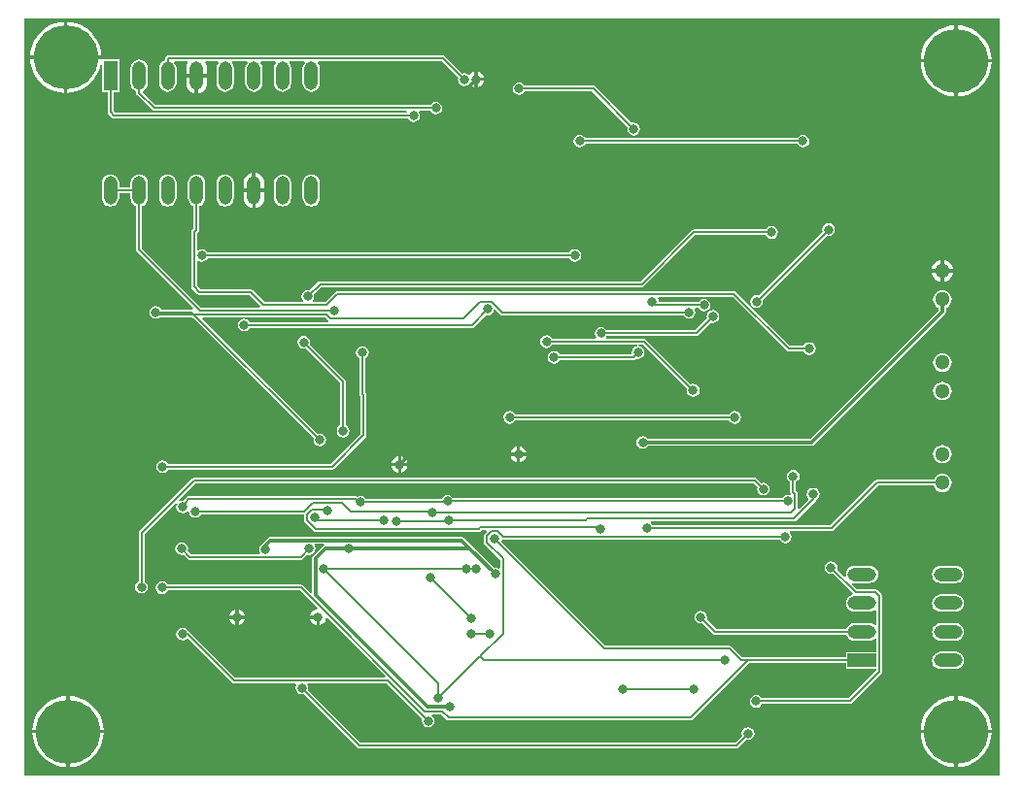
<source format=gbl>
G04*
G04 #@! TF.GenerationSoftware,Altium Limited,Altium Designer,20.2.7 (254)*
G04*
G04 Layer_Physical_Order=2*
G04 Layer_Color=16711680*
%FSLAX43Y43*%
%MOMM*%
G71*
G04*
G04 #@! TF.SameCoordinates,9B313DD2-682E-43CD-81FA-E857884732BC*
G04*
G04*
G04 #@! TF.FilePolarity,Positive*
G04*
G01*
G75*
%ADD24C,0.200*%
%ADD25C,0.300*%
%ADD26C,5.600*%
%ADD27O,1.200X2.500*%
%ADD28R,1.200X2.500*%
%ADD29C,1.300*%
%ADD30R,2.500X1.200*%
%ADD31O,2.500X1.200*%
%ADD32C,0.800*%
G36*
X-0Y0D02*
X85000D01*
Y66000D01*
X-0D01*
Y0D01*
D02*
G37*
%LPC*%
G36*
X3450Y65698D02*
Y62750D01*
X502D01*
X529Y63086D01*
X643Y63561D01*
X829Y64012D01*
X1084Y64428D01*
X1401Y64799D01*
X1772Y65116D01*
X2188Y65371D01*
X2639Y65557D01*
X3114Y65671D01*
X3450Y65698D01*
D02*
G37*
G36*
X3750D02*
X4086Y65671D01*
X4561Y65557D01*
X5012Y65371D01*
X5428Y65116D01*
X5799Y64799D01*
X6116Y64428D01*
X6371Y64012D01*
X6557Y63561D01*
X6671Y63086D01*
X6698Y62750D01*
X3750D01*
Y65698D01*
D02*
G37*
G36*
X81050Y65398D02*
Y62450D01*
X78102D01*
X78129Y62786D01*
X78243Y63261D01*
X78429Y63712D01*
X78684Y64128D01*
X79001Y64499D01*
X79372Y64816D01*
X79788Y65071D01*
X80239Y65257D01*
X80714Y65371D01*
X81050Y65398D01*
D02*
G37*
G36*
X81350D02*
X81686Y65371D01*
X82161Y65257D01*
X82612Y65071D01*
X83028Y64816D01*
X83399Y64499D01*
X83716Y64128D01*
X83971Y63712D01*
X84157Y63261D01*
X84271Y62786D01*
X84298Y62450D01*
X81350D01*
Y65398D01*
D02*
G37*
G36*
X39530Y61381D02*
X39563Y61377D01*
X39733Y61306D01*
X39880Y61194D01*
X39992Y61048D01*
X40062Y60878D01*
X40067Y60845D01*
X39530D01*
Y61381D01*
D02*
G37*
G36*
Y60545D02*
X40067D01*
X40062Y60512D01*
X39992Y60342D01*
X39880Y60196D01*
X39733Y60084D01*
X39563Y60013D01*
X39530Y60009D01*
Y60545D01*
D02*
G37*
G36*
X12525Y62779D02*
X36485D01*
X36582Y62759D01*
X36665Y62704D01*
X38172Y61197D01*
X38339Y61230D01*
X38554Y61188D01*
X38667Y61112D01*
X38738Y61068D01*
X38838Y61139D01*
X38881Y61194D01*
X39027Y61306D01*
X39198Y61377D01*
X39230Y61381D01*
Y60695D01*
Y60009D01*
X39198Y60013D01*
X39027Y60084D01*
X38881Y60196D01*
X38820Y60276D01*
X38736Y60273D01*
X38554Y60152D01*
X38339Y60109D01*
X38124Y60152D01*
X37942Y60273D01*
X37821Y60455D01*
X37778Y60670D01*
X37811Y60837D01*
X36379Y62269D01*
X25624D01*
X25568Y62142D01*
X25655Y62028D01*
X25731Y61846D01*
X25756Y61650D01*
Y60350D01*
X25731Y60154D01*
X25655Y59972D01*
X25535Y59815D01*
X25378Y59695D01*
X25196Y59619D01*
X25000Y59594D01*
X24804Y59619D01*
X24622Y59695D01*
X24465Y59815D01*
X24345Y59972D01*
X24269Y60154D01*
X24244Y60350D01*
Y61650D01*
X24269Y61846D01*
X24345Y62028D01*
X24432Y62142D01*
X24376Y62269D01*
X23124D01*
X23068Y62142D01*
X23155Y62028D01*
X23231Y61846D01*
X23256Y61650D01*
Y60350D01*
X23231Y60154D01*
X23155Y59972D01*
X23035Y59815D01*
X22878Y59695D01*
X22696Y59619D01*
X22500Y59594D01*
X22304Y59619D01*
X22122Y59695D01*
X21965Y59815D01*
X21845Y59972D01*
X21769Y60154D01*
X21744Y60350D01*
Y61650D01*
X21769Y61846D01*
X21845Y62028D01*
X21932Y62142D01*
X21876Y62269D01*
X20624D01*
X20568Y62142D01*
X20655Y62028D01*
X20731Y61846D01*
X20756Y61650D01*
Y60350D01*
X20731Y60154D01*
X20655Y59972D01*
X20535Y59815D01*
X20378Y59695D01*
X20196Y59619D01*
X20000Y59594D01*
X19804Y59619D01*
X19622Y59695D01*
X19465Y59815D01*
X19345Y59972D01*
X19269Y60154D01*
X19244Y60350D01*
Y61650D01*
X19269Y61846D01*
X19345Y62028D01*
X19432Y62142D01*
X19376Y62269D01*
X18124D01*
X18068Y62142D01*
X18155Y62028D01*
X18231Y61846D01*
X18256Y61650D01*
Y60350D01*
X18231Y60154D01*
X18155Y59972D01*
X18035Y59815D01*
X17878Y59695D01*
X17696Y59619D01*
X17500Y59594D01*
X17304Y59619D01*
X17122Y59695D01*
X16965Y59815D01*
X16845Y59972D01*
X16769Y60154D01*
X16743Y60350D01*
Y61650D01*
X16769Y61846D01*
X16845Y62028D01*
X16932Y62142D01*
X16876Y62269D01*
X15803D01*
X15747Y62155D01*
X15786Y62104D01*
X15877Y61885D01*
X15908Y61650D01*
Y61150D01*
X15000D01*
X14092D01*
Y61650D01*
X14123Y61885D01*
X14214Y62104D01*
X14253Y62155D01*
X14197Y62269D01*
X13124D01*
X13068Y62142D01*
X13155Y62028D01*
X13231Y61846D01*
X13256Y61650D01*
Y60350D01*
X13231Y60154D01*
X13155Y59972D01*
X13035Y59815D01*
X12878Y59695D01*
X12696Y59619D01*
X12500Y59594D01*
X12304Y59619D01*
X12122Y59695D01*
X11965Y59815D01*
X11845Y59972D01*
X11769Y60154D01*
X11744Y60350D01*
Y61650D01*
X11769Y61846D01*
X11845Y62028D01*
X11965Y62185D01*
X12122Y62305D01*
X12245Y62356D01*
Y62498D01*
X12264Y62596D01*
X12320Y62679D01*
X12345Y62704D01*
X12428Y62759D01*
X12525Y62779D01*
D02*
G37*
G36*
X502Y62450D02*
X3450D01*
Y59502D01*
X3114Y59529D01*
X2639Y59643D01*
X2188Y59829D01*
X1772Y60084D01*
X1401Y60401D01*
X1084Y60772D01*
X829Y61188D01*
X643Y61639D01*
X529Y62114D01*
X502Y62450D01*
D02*
G37*
G36*
X14092Y60850D02*
X14850D01*
Y59462D01*
X14765Y59473D01*
X14546Y59564D01*
X14358Y59708D01*
X14214Y59896D01*
X14123Y60115D01*
X14092Y60350D01*
Y60850D01*
D02*
G37*
G36*
X15150D02*
X15908D01*
Y60350D01*
X15877Y60115D01*
X15786Y59896D01*
X15642Y59708D01*
X15454Y59564D01*
X15235Y59473D01*
X15150Y59462D01*
Y60850D01*
D02*
G37*
G36*
X43114Y60443D02*
X43329Y60400D01*
X43511Y60279D01*
X43605Y60137D01*
X49566D01*
X49663Y60118D01*
X49746Y60062D01*
X52929Y56879D01*
X53096Y56912D01*
X53311Y56870D01*
X53493Y56748D01*
X53614Y56566D01*
X53657Y56352D01*
X53614Y56137D01*
X53493Y55955D01*
X53311Y55834D01*
X53096Y55791D01*
X52882Y55834D01*
X52700Y55955D01*
X52578Y56137D01*
X52536Y56352D01*
X52569Y56519D01*
X49460Y59627D01*
X43605D01*
X43511Y59486D01*
X43329Y59364D01*
X43114Y59321D01*
X42900Y59364D01*
X42718Y59486D01*
X42596Y59668D01*
X42553Y59882D01*
X42596Y60097D01*
X42718Y60279D01*
X42900Y60400D01*
X43114Y60443D01*
D02*
G37*
G36*
X78102Y62150D02*
X81050D01*
Y59202D01*
X80714Y59229D01*
X80239Y59343D01*
X79788Y59529D01*
X79372Y59784D01*
X79001Y60101D01*
X78684Y60472D01*
X78429Y60888D01*
X78243Y61339D01*
X78129Y61814D01*
X78102Y62150D01*
D02*
G37*
G36*
X81350D02*
X84298D01*
X84271Y61814D01*
X84157Y61339D01*
X83971Y60888D01*
X83716Y60472D01*
X83399Y60101D01*
X83028Y59784D01*
X82612Y59529D01*
X82161Y59343D01*
X81686Y59229D01*
X81350Y59202D01*
Y62150D01*
D02*
G37*
G36*
X3750Y62450D02*
X6766D01*
X6821Y62400D01*
X8250D01*
Y59600D01*
X7755D01*
Y57943D01*
X7923Y57775D01*
X33313D01*
X33327Y57799D01*
X33255Y57925D01*
X11321D01*
X11223Y57945D01*
X11141Y58000D01*
X9820Y59321D01*
X9765Y59404D01*
X9745Y59501D01*
Y59644D01*
X9622Y59695D01*
X9465Y59815D01*
X9345Y59972D01*
X9269Y60154D01*
X9244Y60350D01*
Y61650D01*
X9269Y61846D01*
X9345Y62028D01*
X9465Y62185D01*
X9622Y62305D01*
X9804Y62381D01*
X10000Y62406D01*
X10196Y62381D01*
X10378Y62305D01*
X10535Y62185D01*
X10655Y62028D01*
X10731Y61846D01*
X10756Y61650D01*
Y60350D01*
X10731Y60154D01*
X10655Y59972D01*
X10535Y59815D01*
X10378Y59695D01*
X10356Y59686D01*
X10326Y59536D01*
X11426Y58435D01*
X35359D01*
X35453Y58577D01*
X35635Y58698D01*
X35850Y58741D01*
X36064Y58698D01*
X36246Y58577D01*
X36368Y58395D01*
X36411Y58180D01*
X36368Y57966D01*
X36246Y57784D01*
X36064Y57662D01*
X35850Y57620D01*
X35635Y57662D01*
X35453Y57784D01*
X35359Y57925D01*
X34463D01*
X34395Y57799D01*
X34438Y57735D01*
X34481Y57520D01*
X34438Y57305D01*
X34317Y57123D01*
X34135Y57002D01*
X33920Y56959D01*
X33705Y57002D01*
X33523Y57123D01*
X33429Y57265D01*
X7817D01*
X7720Y57285D01*
X7637Y57340D01*
X7320Y57657D01*
X7265Y57740D01*
X7245Y57838D01*
Y59600D01*
X6750D01*
Y61897D01*
X6623Y61912D01*
X6557Y61639D01*
X6371Y61188D01*
X6116Y60772D01*
X5799Y60401D01*
X5428Y60084D01*
X5012Y59829D01*
X4561Y59643D01*
X4086Y59529D01*
X3750Y59502D01*
Y62450D01*
D02*
G37*
G36*
X48397Y55871D02*
X48612Y55828D01*
X48794Y55707D01*
X48889Y55565D01*
X67354D01*
X67448Y55707D01*
X67630Y55828D01*
X67845Y55871D01*
X68059Y55828D01*
X68241Y55707D01*
X68363Y55525D01*
X68406Y55310D01*
X68363Y55096D01*
X68241Y54914D01*
X68059Y54792D01*
X67845Y54749D01*
X67630Y54792D01*
X67448Y54914D01*
X67354Y55055D01*
X48889D01*
X48794Y54914D01*
X48612Y54792D01*
X48397Y54749D01*
X48183Y54792D01*
X48001Y54914D01*
X47879Y55096D01*
X47837Y55310D01*
X47879Y55525D01*
X48001Y55707D01*
X48183Y55828D01*
X48397Y55871D01*
D02*
G37*
G36*
X7500Y52406D02*
X7696Y52381D01*
X7878Y52305D01*
X8035Y52185D01*
X8155Y52028D01*
X8231Y51846D01*
X8256Y51650D01*
Y51255D01*
X9244D01*
Y51650D01*
X9269Y51846D01*
X9345Y52028D01*
X9465Y52185D01*
X9622Y52305D01*
X9804Y52381D01*
X10000Y52406D01*
X10196Y52381D01*
X10378Y52305D01*
X10535Y52185D01*
X10655Y52028D01*
X10731Y51846D01*
X10756Y51650D01*
Y50350D01*
X10731Y50154D01*
X10655Y49972D01*
X10535Y49815D01*
X10378Y49695D01*
X10255Y49644D01*
Y45934D01*
X15381Y40808D01*
X20501D01*
X20553Y40935D01*
X19590Y41898D01*
X15212D01*
X15115Y41918D01*
X15032Y41973D01*
X14588Y42417D01*
X14532Y42500D01*
X14513Y42597D01*
Y47331D01*
X14532Y47429D01*
X14588Y47511D01*
X14745Y47669D01*
Y49644D01*
X14622Y49695D01*
X14465Y49815D01*
X14345Y49972D01*
X14269Y50154D01*
X14244Y50350D01*
Y51650D01*
X14269Y51846D01*
X14345Y52028D01*
X14465Y52185D01*
X14622Y52305D01*
X14804Y52381D01*
X15000Y52406D01*
X15196Y52381D01*
X15378Y52305D01*
X15535Y52185D01*
X15655Y52028D01*
X15731Y51846D01*
X15756Y51650D01*
Y50350D01*
X15731Y50154D01*
X15655Y49972D01*
X15535Y49815D01*
X15378Y49695D01*
X15255Y49644D01*
Y47563D01*
X15235Y47466D01*
X15180Y47383D01*
X15023Y47225D01*
Y45848D01*
X15150Y45780D01*
X15248Y45846D01*
X15463Y45889D01*
X15678Y45846D01*
X15860Y45725D01*
X15954Y45583D01*
X47474D01*
X47569Y45725D01*
X47751Y45846D01*
X47966Y45889D01*
X48180Y45846D01*
X48362Y45725D01*
X48484Y45543D01*
X48526Y45328D01*
X48484Y45113D01*
X48362Y44931D01*
X48180Y44810D01*
X47966Y44767D01*
X47751Y44810D01*
X47569Y44931D01*
X47474Y45073D01*
X15954D01*
X15860Y44931D01*
X15678Y44810D01*
X15463Y44767D01*
X15248Y44810D01*
X15150Y44876D01*
X15023Y44808D01*
Y42703D01*
X15318Y42408D01*
X19695D01*
X19793Y42388D01*
X19876Y42333D01*
X20965Y41244D01*
X24238D01*
X24276Y41371D01*
X24168Y41532D01*
X24126Y41747D01*
X24168Y41961D01*
X24290Y42143D01*
X24472Y42265D01*
X24686Y42307D01*
X24854Y42274D01*
X25598Y43019D01*
X25681Y43074D01*
X25779Y43094D01*
X53702D01*
X58123Y47515D01*
X58206Y47570D01*
X58303Y47590D01*
X64619D01*
X64714Y47731D01*
X64896Y47853D01*
X65111Y47895D01*
X65325Y47853D01*
X65507Y47731D01*
X65629Y47549D01*
X65671Y47335D01*
X65629Y47120D01*
X65507Y46938D01*
X65325Y46817D01*
X65111Y46774D01*
X64896Y46817D01*
X64714Y46938D01*
X64619Y47080D01*
X58409D01*
X53988Y42659D01*
X53905Y42603D01*
X53808Y42584D01*
X25884D01*
X25214Y41914D01*
X25247Y41747D01*
X25205Y41532D01*
X25097Y41371D01*
X25135Y41244D01*
X26204D01*
X27106Y42145D01*
X27188Y42200D01*
X27286Y42220D01*
X61837D01*
X61934Y42200D01*
X62017Y42145D01*
X63311Y40851D01*
X63410Y40932D01*
X63361Y41004D01*
X63297Y41100D01*
X63254Y41315D01*
X63297Y41529D01*
X63419Y41711D01*
X63601Y41833D01*
X63815Y41876D01*
X63982Y41842D01*
X69552Y47413D01*
X69519Y47580D01*
X69562Y47794D01*
X69683Y47976D01*
X69865Y48098D01*
X70080Y48140D01*
X70295Y48098D01*
X70477Y47976D01*
X70598Y47794D01*
X70641Y47580D01*
X70598Y47365D01*
X70477Y47183D01*
X70295Y47062D01*
X70080Y47019D01*
X69913Y47052D01*
X64343Y41482D01*
X64376Y41315D01*
X64333Y41100D01*
X64212Y40918D01*
X64030Y40797D01*
X63815Y40754D01*
X63601Y40797D01*
X63432Y40909D01*
X63351Y40811D01*
X66707Y37455D01*
X67909D01*
X68003Y37597D01*
X68185Y37718D01*
X68400Y37761D01*
X68615Y37718D01*
X68797Y37597D01*
X68918Y37415D01*
X68961Y37200D01*
X68918Y36985D01*
X68797Y36803D01*
X68615Y36682D01*
X68400Y36639D01*
X68185Y36682D01*
X68003Y36803D01*
X67909Y36945D01*
X66601D01*
X66504Y36965D01*
X66421Y37020D01*
X61731Y41710D01*
X55254D01*
X55194Y41598D01*
X55240Y41529D01*
X55283Y41315D01*
X55311Y41280D01*
X58753D01*
X58831Y41397D01*
X59013Y41518D01*
X59228Y41561D01*
X59442Y41518D01*
X59624Y41397D01*
X59746Y41215D01*
X59789Y41000D01*
X59746Y40785D01*
X59624Y40603D01*
X59442Y40482D01*
X59228Y40439D01*
X59013Y40482D01*
X58831Y40603D01*
X58720Y40770D01*
X58466D01*
X58398Y40643D01*
X58442Y40578D01*
X58485Y40364D01*
X58442Y40149D01*
X58320Y39967D01*
X58138Y39846D01*
X57924Y39803D01*
X57709Y39846D01*
X57527Y39967D01*
X57433Y40109D01*
X41656D01*
X41558Y40128D01*
X41476Y40183D01*
X41054Y40605D01*
X40916Y40563D01*
X40889Y40427D01*
X40768Y40245D01*
X40586Y40124D01*
X40371Y40081D01*
X40204Y40114D01*
X39167Y39077D01*
X39084Y39022D01*
X38987Y39002D01*
X19647D01*
X19553Y38861D01*
X19371Y38739D01*
X19156Y38697D01*
X18941Y38739D01*
X18759Y38861D01*
X18638Y39043D01*
X18595Y39257D01*
X18638Y39472D01*
X18759Y39654D01*
X18941Y39775D01*
X19156Y39818D01*
X19371Y39775D01*
X19553Y39654D01*
X19647Y39512D01*
X26479D01*
X26518Y39639D01*
X26471Y39671D01*
X26194Y39948D01*
X15544D01*
X15495Y39831D01*
X25574Y29752D01*
X25741Y29785D01*
X25955Y29742D01*
X26137Y29621D01*
X26259Y29439D01*
X26301Y29224D01*
X26259Y29010D01*
X26137Y28828D01*
X25955Y28706D01*
X25741Y28664D01*
X25526Y28706D01*
X25344Y28828D01*
X25223Y29010D01*
X25180Y29224D01*
X25213Y29391D01*
X14657Y39948D01*
X11791D01*
X11655Y39857D01*
X11440Y39814D01*
X11226Y39857D01*
X11044Y39978D01*
X10922Y40160D01*
X10880Y40375D01*
X10922Y40590D01*
X11044Y40772D01*
X11226Y40893D01*
X11440Y40936D01*
X11655Y40893D01*
X11837Y40772D01*
X11932Y40630D01*
X14590D01*
X14705Y40734D01*
X14710Y40758D01*
X9820Y45648D01*
X9765Y45731D01*
X9745Y45829D01*
Y49644D01*
X9622Y49695D01*
X9465Y49815D01*
X9345Y49972D01*
X9269Y50154D01*
X9244Y50350D01*
Y50745D01*
X8256D01*
Y50350D01*
X8231Y50154D01*
X8155Y49972D01*
X8035Y49815D01*
X7878Y49695D01*
X7696Y49619D01*
X7500Y49594D01*
X7304Y49619D01*
X7122Y49695D01*
X6965Y49815D01*
X6845Y49972D01*
X6769Y50154D01*
X6744Y50350D01*
Y51650D01*
X6769Y51846D01*
X6845Y52028D01*
X6965Y52185D01*
X7122Y52305D01*
X7304Y52381D01*
X7500Y52406D01*
D02*
G37*
G36*
X19850Y52538D02*
Y51150D01*
X19092D01*
Y51650D01*
X19123Y51885D01*
X19214Y52104D01*
X19358Y52292D01*
X19546Y52436D01*
X19765Y52527D01*
X19850Y52538D01*
D02*
G37*
G36*
X20150D02*
X20235Y52527D01*
X20454Y52436D01*
X20642Y52292D01*
X20786Y52104D01*
X20877Y51885D01*
X20908Y51650D01*
Y51150D01*
X20150D01*
Y52538D01*
D02*
G37*
G36*
X12500Y52406D02*
X12696Y52381D01*
X12878Y52305D01*
X13035Y52185D01*
X13155Y52028D01*
X13231Y51846D01*
X13256Y51650D01*
Y50350D01*
X13231Y50154D01*
X13155Y49972D01*
X13035Y49815D01*
X12878Y49695D01*
X12696Y49619D01*
X12500Y49594D01*
X12304Y49619D01*
X12122Y49695D01*
X11965Y49815D01*
X11845Y49972D01*
X11769Y50154D01*
X11744Y50350D01*
Y51650D01*
X11769Y51846D01*
X11845Y52028D01*
X11965Y52185D01*
X12122Y52305D01*
X12304Y52381D01*
X12500Y52406D01*
D02*
G37*
G36*
X17500D02*
X17696Y52381D01*
X17878Y52305D01*
X18035Y52185D01*
X18155Y52028D01*
X18231Y51846D01*
X18256Y51650D01*
Y50350D01*
X18231Y50154D01*
X18155Y49972D01*
X18035Y49815D01*
X17878Y49695D01*
X17696Y49619D01*
X17500Y49594D01*
X17304Y49619D01*
X17122Y49695D01*
X16965Y49815D01*
X16845Y49972D01*
X16769Y50154D01*
X16743Y50350D01*
Y51650D01*
X16769Y51846D01*
X16845Y52028D01*
X16965Y52185D01*
X17122Y52305D01*
X17304Y52381D01*
X17500Y52406D01*
D02*
G37*
G36*
X22500D02*
X22696Y52381D01*
X22878Y52305D01*
X23035Y52185D01*
X23155Y52028D01*
X23231Y51846D01*
X23256Y51650D01*
Y50350D01*
X23231Y50154D01*
X23155Y49972D01*
X23035Y49815D01*
X22878Y49695D01*
X22696Y49619D01*
X22500Y49594D01*
X22304Y49619D01*
X22122Y49695D01*
X21965Y49815D01*
X21845Y49972D01*
X21769Y50154D01*
X21744Y50350D01*
Y51650D01*
X21769Y51846D01*
X21845Y52028D01*
X21965Y52185D01*
X22122Y52305D01*
X22304Y52381D01*
X22500Y52406D01*
D02*
G37*
G36*
X25000D02*
X25196Y52381D01*
X25378Y52305D01*
X25535Y52185D01*
X25655Y52028D01*
X25731Y51846D01*
X25756Y51650D01*
Y50350D01*
X25731Y50154D01*
X25655Y49972D01*
X25535Y49815D01*
X25378Y49695D01*
X25196Y49619D01*
X25000Y49594D01*
X24804Y49619D01*
X24622Y49695D01*
X24465Y49815D01*
X24345Y49972D01*
X24269Y50154D01*
X24244Y50350D01*
Y51650D01*
X24269Y51846D01*
X24345Y52028D01*
X24465Y52185D01*
X24622Y52305D01*
X24804Y52381D01*
X25000Y52406D01*
D02*
G37*
G36*
X19092Y50850D02*
X19850D01*
Y49462D01*
X19765Y49473D01*
X19546Y49564D01*
X19358Y49708D01*
X19214Y49896D01*
X19123Y50115D01*
X19092Y50350D01*
Y50850D01*
D02*
G37*
G36*
X20150D02*
X20908D01*
Y50350D01*
X20877Y50115D01*
X20786Y49896D01*
X20642Y49708D01*
X20454Y49564D01*
X20235Y49473D01*
X20150Y49462D01*
Y50850D01*
D02*
G37*
G36*
X79850Y44938D02*
Y44150D01*
X79062D01*
X79074Y44248D01*
X79170Y44479D01*
X79322Y44678D01*
X79521Y44830D01*
X79752Y44926D01*
X79850Y44938D01*
D02*
G37*
G36*
X80150D02*
X80248Y44926D01*
X80479Y44830D01*
X80678Y44678D01*
X80830Y44479D01*
X80926Y44248D01*
X80938Y44150D01*
X80150D01*
Y44938D01*
D02*
G37*
G36*
X79062Y43850D02*
X79850D01*
Y43062D01*
X79752Y43074D01*
X79521Y43170D01*
X79322Y43322D01*
X79170Y43521D01*
X79074Y43752D01*
X79062Y43850D01*
D02*
G37*
G36*
X80150D02*
X80938D01*
X80926Y43752D01*
X80830Y43521D01*
X80678Y43322D01*
X80479Y43170D01*
X80248Y43074D01*
X80150Y43062D01*
Y43850D01*
D02*
G37*
G36*
X60000Y40561D02*
X60215Y40518D01*
X60397Y40397D01*
X60518Y40215D01*
X60561Y40000D01*
X60518Y39785D01*
X60397Y39603D01*
X60215Y39482D01*
X60000Y39439D01*
X59833Y39472D01*
X58726Y38366D01*
X58644Y38311D01*
X58546Y38291D01*
X50743D01*
X50676Y38192D01*
X50732Y38064D01*
X54036D01*
X54134Y38045D01*
X54216Y37990D01*
X58111Y34095D01*
X58278Y34129D01*
X58493Y34086D01*
X58675Y33964D01*
X58796Y33782D01*
X58839Y33568D01*
X58796Y33353D01*
X58675Y33171D01*
X58493Y33050D01*
X58278Y33007D01*
X58063Y33050D01*
X57881Y33171D01*
X57760Y33353D01*
X57717Y33568D01*
X57750Y33735D01*
X53931Y37555D01*
X53504D01*
X53492Y37428D01*
X53692Y37388D01*
X53874Y37266D01*
X53995Y37084D01*
X54038Y36870D01*
X53995Y36655D01*
X53874Y36473D01*
X53692Y36352D01*
X53477Y36309D01*
X53310Y36342D01*
X53226Y36258D01*
X53143Y36203D01*
X53046Y36183D01*
X46653D01*
X46559Y36041D01*
X46377Y35920D01*
X46162Y35877D01*
X45948Y35920D01*
X45766Y36041D01*
X45644Y36223D01*
X45601Y36438D01*
X45644Y36653D01*
X45766Y36835D01*
X45948Y36956D01*
X46162Y36999D01*
X46377Y36956D01*
X46559Y36835D01*
X46653Y36693D01*
X52822D01*
X52927Y36820D01*
X52917Y36870D01*
X52959Y37084D01*
X53081Y37266D01*
X53263Y37388D01*
X53463Y37428D01*
X53450Y37555D01*
X45993D01*
X45898Y37413D01*
X45716Y37292D01*
X45502Y37249D01*
X45287Y37292D01*
X45105Y37413D01*
X44984Y37595D01*
X44941Y37810D01*
X44984Y38024D01*
X45105Y38206D01*
X45287Y38328D01*
X45502Y38370D01*
X45716Y38328D01*
X45898Y38206D01*
X45993Y38064D01*
X49771D01*
X49827Y38192D01*
X49734Y38332D01*
X49691Y38546D01*
X49734Y38761D01*
X49855Y38943D01*
X50037Y39064D01*
X50252Y39107D01*
X50466Y39064D01*
X50648Y38943D01*
X50743Y38801D01*
X58441D01*
X59472Y39833D01*
X59439Y40000D01*
X59482Y40215D01*
X59603Y40397D01*
X59785Y40518D01*
X60000Y40561D01*
D02*
G37*
G36*
X24344Y38320D02*
X24558Y38277D01*
X24740Y38155D01*
X24862Y37973D01*
X24904Y37759D01*
X24871Y37592D01*
X27953Y34510D01*
X28008Y34427D01*
X28027Y34330D01*
Y30491D01*
X28169Y30397D01*
X28291Y30215D01*
X28333Y30000D01*
X28291Y29785D01*
X28169Y29603D01*
X27987Y29482D01*
X27773Y29439D01*
X27558Y29482D01*
X27376Y29603D01*
X27255Y29785D01*
X27212Y30000D01*
X27255Y30215D01*
X27376Y30397D01*
X27518Y30491D01*
Y34224D01*
X24511Y37231D01*
X24344Y37198D01*
X24129Y37241D01*
X23947Y37362D01*
X23826Y37544D01*
X23783Y37759D01*
X23826Y37973D01*
X23947Y38155D01*
X24129Y38277D01*
X24344Y38320D01*
D02*
G37*
G36*
X80000Y36807D02*
X80209Y36779D01*
X80403Y36699D01*
X80571Y36571D01*
X80699Y36403D01*
X80779Y36209D01*
X80807Y36000D01*
X80779Y35791D01*
X80699Y35597D01*
X80571Y35429D01*
X80403Y35301D01*
X80209Y35221D01*
X80000Y35193D01*
X79791Y35221D01*
X79597Y35301D01*
X79429Y35429D01*
X79301Y35597D01*
X79221Y35791D01*
X79193Y36000D01*
X79221Y36209D01*
X79301Y36403D01*
X79429Y36571D01*
X79597Y36699D01*
X79791Y36779D01*
X80000Y36807D01*
D02*
G37*
G36*
Y34307D02*
X80209Y34279D01*
X80403Y34199D01*
X80571Y34071D01*
X80699Y33903D01*
X80779Y33709D01*
X80807Y33500D01*
X80779Y33291D01*
X80699Y33097D01*
X80571Y32929D01*
X80403Y32801D01*
X80209Y32721D01*
X80000Y32693D01*
X79791Y32721D01*
X79597Y32801D01*
X79429Y32929D01*
X79301Y33097D01*
X79221Y33291D01*
X79193Y33500D01*
X79221Y33709D01*
X79301Y33903D01*
X79429Y34071D01*
X79597Y34199D01*
X79791Y34279D01*
X80000Y34307D01*
D02*
G37*
G36*
X42301Y31766D02*
X42516Y31724D01*
X42698Y31602D01*
X42796Y31455D01*
X61409D01*
X61503Y31597D01*
X61685Y31718D01*
X61900Y31761D01*
X62115Y31718D01*
X62297Y31597D01*
X62418Y31415D01*
X62461Y31200D01*
X62418Y30985D01*
X62297Y30803D01*
X62115Y30682D01*
X61900Y30639D01*
X61685Y30682D01*
X61503Y30803D01*
X61409Y30945D01*
X42789D01*
X42698Y30809D01*
X42516Y30688D01*
X42301Y30645D01*
X42087Y30688D01*
X41905Y30809D01*
X41783Y30991D01*
X41741Y31206D01*
X41783Y31420D01*
X41905Y31602D01*
X42087Y31724D01*
X42301Y31766D01*
D02*
G37*
G36*
X80000Y42307D02*
X80209Y42279D01*
X80403Y42199D01*
X80571Y42071D01*
X80699Y41903D01*
X80779Y41709D01*
X80807Y41500D01*
X80779Y41291D01*
X80699Y41097D01*
X80571Y40929D01*
X80403Y40801D01*
X80306Y40761D01*
Y40418D01*
X80306Y40418D01*
X80283Y40301D01*
X80216Y40202D01*
X68819Y28805D01*
X68819Y28805D01*
X68720Y28739D01*
X68603Y28715D01*
X68603Y28715D01*
X54341D01*
X54280Y28625D01*
X54098Y28503D01*
X53884Y28460D01*
X53669Y28503D01*
X53487Y28625D01*
X53366Y28807D01*
X53323Y29021D01*
X53366Y29236D01*
X53487Y29418D01*
X53669Y29539D01*
X53884Y29582D01*
X54098Y29539D01*
X54280Y29418D01*
X54341Y29327D01*
X68476D01*
X79694Y40545D01*
Y40761D01*
X79597Y40801D01*
X79429Y40929D01*
X79301Y41097D01*
X79221Y41291D01*
X79193Y41500D01*
X79221Y41709D01*
X79301Y41903D01*
X79429Y42071D01*
X79597Y42199D01*
X79791Y42279D01*
X80000Y42307D01*
D02*
G37*
G36*
X42900Y28691D02*
Y28155D01*
X42364D01*
X42368Y28188D01*
X42439Y28358D01*
X42551Y28504D01*
X42697Y28617D01*
X42867Y28687D01*
X42900Y28691D01*
D02*
G37*
G36*
X43200D02*
X43233Y28687D01*
X43403Y28617D01*
X43549Y28504D01*
X43661Y28358D01*
X43732Y28188D01*
X43736Y28155D01*
X43200D01*
Y28691D01*
D02*
G37*
G36*
X42364Y27855D02*
X42900D01*
Y27319D01*
X42867Y27323D01*
X42697Y27394D01*
X42551Y27506D01*
X42439Y27652D01*
X42368Y27822D01*
X42364Y27855D01*
D02*
G37*
G36*
X43200D02*
X43736D01*
X43732Y27822D01*
X43661Y27652D01*
X43549Y27506D01*
X43403Y27394D01*
X43233Y27323D01*
X43200Y27319D01*
Y27855D01*
D02*
G37*
G36*
X32550Y27777D02*
Y27241D01*
X32014D01*
X32018Y27274D01*
X32089Y27444D01*
X32201Y27590D01*
X32347Y27702D01*
X32517Y27773D01*
X32550Y27777D01*
D02*
G37*
G36*
X32850D02*
X32883Y27773D01*
X33053Y27702D01*
X33199Y27590D01*
X33312Y27444D01*
X33382Y27274D01*
X33386Y27241D01*
X32850D01*
Y27777D01*
D02*
G37*
G36*
X80000Y28807D02*
X80209Y28779D01*
X80403Y28699D01*
X80571Y28571D01*
X80699Y28403D01*
X80779Y28209D01*
X80807Y28000D01*
X80779Y27791D01*
X80699Y27597D01*
X80571Y27429D01*
X80403Y27301D01*
X80209Y27221D01*
X80000Y27193D01*
X79791Y27221D01*
X79597Y27301D01*
X79429Y27429D01*
X79301Y27597D01*
X79221Y27791D01*
X79193Y28000D01*
X79221Y28209D01*
X79301Y28403D01*
X79429Y28571D01*
X79597Y28699D01*
X79791Y28779D01*
X80000Y28807D01*
D02*
G37*
G36*
X32014Y26941D02*
X32550D01*
Y26405D01*
X32517Y26409D01*
X32347Y26479D01*
X32201Y26592D01*
X32089Y26738D01*
X32018Y26908D01*
X32014Y26941D01*
D02*
G37*
G36*
X32850D02*
X33386D01*
X33382Y26908D01*
X33312Y26738D01*
X33199Y26592D01*
X33053Y26479D01*
X32883Y26409D01*
X32850Y26405D01*
Y26941D01*
D02*
G37*
G36*
X29445Y37407D02*
X29660Y37365D01*
X29842Y37243D01*
X29963Y37061D01*
X30006Y36846D01*
X29963Y36632D01*
X29842Y36450D01*
X29700Y36355D01*
Y33354D01*
X29756Y33298D01*
X29811Y33215D01*
X29831Y33117D01*
Y29682D01*
X29811Y29584D01*
X29756Y29501D01*
X26988Y26733D01*
X26905Y26678D01*
X26807Y26658D01*
X12541D01*
X12447Y26516D01*
X12265Y26395D01*
X12050Y26352D01*
X11835Y26395D01*
X11653Y26516D01*
X11532Y26698D01*
X11489Y26913D01*
X11532Y27128D01*
X11653Y27310D01*
X11835Y27431D01*
X12050Y27474D01*
X12265Y27431D01*
X12447Y27310D01*
X12541Y27168D01*
X26702D01*
X29321Y29787D01*
Y33012D01*
X29265Y33068D01*
X29210Y33151D01*
X29190Y33248D01*
Y36355D01*
X29049Y36450D01*
X28927Y36632D01*
X28884Y36846D01*
X28927Y37061D01*
X29049Y37243D01*
X29231Y37365D01*
X29445Y37407D01*
D02*
G37*
G36*
X67000Y26636D02*
X67215Y26593D01*
X67397Y26471D01*
X67518Y26289D01*
X67561Y26075D01*
X67518Y25860D01*
X67397Y25678D01*
X67255Y25584D01*
Y24779D01*
X67348Y24685D01*
X67403Y24603D01*
X67423Y24505D01*
Y23269D01*
X67431Y23262D01*
X67541Y23208D01*
X68354Y24021D01*
X68346Y24103D01*
X68225Y24285D01*
X68182Y24500D01*
X68225Y24715D01*
X68346Y24897D01*
X68528Y25018D01*
X68743Y25061D01*
X68957Y25018D01*
X69139Y24897D01*
X69261Y24715D01*
X69304Y24500D01*
X69261Y24285D01*
X69139Y24103D01*
X68988Y24003D01*
X68978Y23951D01*
X68923Y23869D01*
X67237Y22183D01*
X67154Y22127D01*
X67057Y22108D01*
X54628D01*
X54590Y21981D01*
X54636Y21950D01*
X54731Y21809D01*
X70237D01*
X74109Y25680D01*
X74192Y25735D01*
X74289Y25755D01*
X79240D01*
X79301Y25903D01*
X79429Y26071D01*
X79597Y26199D01*
X79791Y26279D01*
X80000Y26307D01*
X80209Y26279D01*
X80403Y26199D01*
X80571Y26071D01*
X80699Y25903D01*
X80779Y25709D01*
X80807Y25500D01*
X80779Y25291D01*
X80699Y25097D01*
X80571Y24929D01*
X80403Y24801D01*
X80209Y24721D01*
X80000Y24693D01*
X79791Y24721D01*
X79597Y24801D01*
X79429Y24929D01*
X79301Y25097D01*
X79240Y25245D01*
X74395D01*
X70523Y21373D01*
X70441Y21318D01*
X70343Y21299D01*
X66736D01*
X66697Y21172D01*
X66711Y21163D01*
X66832Y20981D01*
X66875Y20766D01*
X66832Y20552D01*
X66711Y20370D01*
X66529Y20248D01*
X66314Y20205D01*
X66100Y20248D01*
X65918Y20370D01*
X65823Y20511D01*
X41717D01*
X41708Y20513D01*
X41570Y20423D01*
X41559Y20365D01*
X50654Y11270D01*
X61476D01*
X61574Y11251D01*
X61656Y11195D01*
X62597Y10255D01*
X71600D01*
Y10750D01*
X74254D01*
Y11858D01*
X74127Y11920D01*
X74028Y11845D01*
X73846Y11769D01*
X73650Y11744D01*
X72350D01*
X72154Y11769D01*
X71972Y11845D01*
X71815Y11965D01*
X71695Y12122D01*
X71644Y12245D01*
X60220D01*
X60122Y12265D01*
X60040Y12320D01*
X59117Y13242D01*
X58950Y13209D01*
X58735Y13252D01*
X58553Y13373D01*
X58432Y13555D01*
X58389Y13770D01*
X58432Y13985D01*
X58553Y14167D01*
X58735Y14288D01*
X58950Y14331D01*
X59165Y14288D01*
X59347Y14167D01*
X59468Y13985D01*
X59511Y13770D01*
X59478Y13603D01*
X60326Y12755D01*
X71644D01*
X71695Y12878D01*
X71815Y13035D01*
X71972Y13155D01*
X72154Y13231D01*
X72350Y13256D01*
X73650D01*
X73846Y13231D01*
X74028Y13155D01*
X74127Y13080D01*
X74254Y13142D01*
Y14358D01*
X74127Y14420D01*
X74028Y14345D01*
X73846Y14269D01*
X73650Y14244D01*
X72350D01*
X72154Y14269D01*
X71972Y14345D01*
X71815Y14465D01*
X71695Y14622D01*
X71619Y14804D01*
X71594Y15000D01*
X71619Y15196D01*
X71695Y15378D01*
X71815Y15535D01*
X71972Y15655D01*
X72137Y15723D01*
X72191Y15848D01*
X70467Y17572D01*
X70300Y17539D01*
X70085Y17582D01*
X69903Y17703D01*
X69782Y17885D01*
X69739Y18100D01*
X69782Y18315D01*
X69903Y18497D01*
X70085Y18618D01*
X70300Y18661D01*
X70515Y18618D01*
X70697Y18497D01*
X70818Y18315D01*
X70861Y18100D01*
X70828Y17933D01*
X71502Y17259D01*
X71576Y17287D01*
X71617Y17323D01*
X71594Y17500D01*
X71619Y17696D01*
X71695Y17878D01*
X71815Y18035D01*
X71972Y18155D01*
X72154Y18231D01*
X72350Y18256D01*
X73650D01*
X73846Y18231D01*
X74028Y18155D01*
X74185Y18035D01*
X74305Y17878D01*
X74381Y17696D01*
X74406Y17500D01*
X74381Y17304D01*
X74305Y17122D01*
X74185Y16965D01*
X74028Y16845D01*
X73846Y16769D01*
X73650Y16744D01*
X72350D01*
X72173Y16767D01*
X72137Y16726D01*
X72108Y16652D01*
X72578Y16182D01*
X74191D01*
X74289Y16163D01*
X74371Y16108D01*
X74689Y15790D01*
X74744Y15708D01*
X74763Y15610D01*
Y9031D01*
X74744Y8934D01*
X74689Y8851D01*
X72098Y6260D01*
X72015Y6205D01*
X71918Y6186D01*
X64255D01*
X64160Y6044D01*
X63978Y5923D01*
X63764Y5880D01*
X63549Y5923D01*
X63367Y6044D01*
X63246Y6226D01*
X63203Y6441D01*
X63246Y6655D01*
X63367Y6837D01*
X63549Y6959D01*
X63764Y7001D01*
X63978Y6959D01*
X64160Y6837D01*
X64255Y6695D01*
X71812D01*
X74240Y9123D01*
X74220Y9250D01*
X71600D01*
Y9745D01*
X63133D01*
X58211Y4823D01*
X58129Y4768D01*
X58031Y4748D01*
X36978D01*
X36880Y4768D01*
X36798Y4823D01*
X36298Y5322D01*
X35535D01*
X35496Y5195D01*
X35586Y5135D01*
X35707Y4953D01*
X35750Y4739D01*
X35707Y4524D01*
X35586Y4342D01*
X35404Y4221D01*
X35189Y4178D01*
X34975Y4221D01*
X34793Y4342D01*
X34671Y4524D01*
X34629Y4739D01*
X34662Y4906D01*
X31547Y8020D01*
X24730D01*
X24663Y7893D01*
X24709Y7824D01*
X24752Y7609D01*
X24719Y7442D01*
X29306Y2855D01*
X61937D01*
X62536Y3454D01*
X62503Y3621D01*
X62545Y3836D01*
X62667Y4018D01*
X62849Y4139D01*
X63064Y4182D01*
X63278Y4139D01*
X63460Y4018D01*
X63582Y3836D01*
X63624Y3621D01*
X63582Y3407D01*
X63460Y3225D01*
X63278Y3103D01*
X63064Y3060D01*
X62896Y3094D01*
X62223Y2420D01*
X62140Y2365D01*
X62042Y2345D01*
X29200D01*
X29103Y2365D01*
X29020Y2420D01*
X24358Y7081D01*
X24191Y7048D01*
X23977Y7091D01*
X23795Y7212D01*
X23673Y7394D01*
X23630Y7609D01*
X23673Y7824D01*
X23720Y7893D01*
X23652Y8020D01*
X18267D01*
X18170Y8040D01*
X18087Y8095D01*
X14271Y11911D01*
X14197Y11903D01*
X14015Y11782D01*
X13800Y11739D01*
X13585Y11782D01*
X13403Y11903D01*
X13282Y12085D01*
X13239Y12300D01*
X13282Y12515D01*
X13403Y12697D01*
X13585Y12818D01*
X13800Y12861D01*
X14015Y12818D01*
X14197Y12697D01*
X14299Y12544D01*
X14340Y12535D01*
X14423Y12480D01*
X18373Y8530D01*
X31430D01*
X31479Y8648D01*
X26413Y13713D01*
X26279Y13668D01*
X26270Y13598D01*
X26200Y13428D01*
X26087Y13282D01*
X25941Y13170D01*
X25771Y13099D01*
X25738Y13095D01*
Y13781D01*
X25588D01*
Y13931D01*
X24902D01*
X24906Y13964D01*
X24977Y14134D01*
X25089Y14280D01*
X25235Y14393D01*
X25405Y14463D01*
X25475Y14472D01*
X25520Y14606D01*
X24035Y16092D01*
X12490D01*
X12396Y15950D01*
X12214Y15829D01*
X11999Y15786D01*
X11785Y15829D01*
X11603Y15950D01*
X11481Y16132D01*
X11438Y16347D01*
X11481Y16561D01*
X11603Y16743D01*
X11785Y16865D01*
X11999Y16907D01*
X12214Y16865D01*
X12396Y16743D01*
X12490Y16601D01*
X24140D01*
X24238Y16582D01*
X24321Y16527D01*
X24936Y15911D01*
X25054Y15960D01*
Y18887D01*
X25077Y19004D01*
X25143Y19103D01*
X26057Y20016D01*
X26113Y20054D01*
X26074Y20181D01*
X25336D01*
X25269Y20054D01*
X25328Y19965D01*
X25371Y19750D01*
X25328Y19536D01*
X25207Y19354D01*
X25025Y19232D01*
X24810Y19189D01*
X24643Y19223D01*
X24289Y18869D01*
X24207Y18814D01*
X24109Y18794D01*
X14415D01*
X14317Y18814D01*
X14234Y18869D01*
X13881Y19223D01*
X13714Y19189D01*
X13499Y19232D01*
X13317Y19354D01*
X13196Y19536D01*
X13153Y19750D01*
X13196Y19965D01*
X13317Y20147D01*
X13499Y20268D01*
X13714Y20311D01*
X13928Y20268D01*
X14110Y20147D01*
X14232Y19965D01*
X14274Y19750D01*
X14241Y19583D01*
X14520Y19304D01*
X20484D01*
X20544Y19416D01*
X20498Y19485D01*
X20455Y19699D01*
X20498Y19914D01*
X20620Y20096D01*
X20734Y20172D01*
X20800Y20271D01*
X20800Y20271D01*
X21232Y20703D01*
X21331Y20769D01*
X21448Y20793D01*
X21448Y20793D01*
X38085D01*
X38085Y20793D01*
X38202Y20769D01*
X38301Y20703D01*
X38301Y20703D01*
X38988Y20016D01*
X40924Y18080D01*
X41031Y18101D01*
X41246Y18058D01*
X41310Y18016D01*
X41437Y18084D01*
Y18781D01*
X40120Y20098D01*
X40065Y20181D01*
X40045Y20278D01*
Y20883D01*
X40065Y20981D01*
X40120Y21063D01*
X40298Y21242D01*
X40249Y21359D01*
X39845D01*
X39756Y21270D01*
X39673Y21215D01*
X39576Y21195D01*
X25431D01*
X25333Y21215D01*
X25251Y21270D01*
X24470Y22051D01*
X24414Y22133D01*
X24395Y22231D01*
Y22737D01*
X24386Y22745D01*
X15391D01*
X15297Y22603D01*
X15115Y22482D01*
X14900Y22439D01*
X14685Y22482D01*
X14503Y22603D01*
X14382Y22785D01*
X14341Y22991D01*
X14313Y23007D01*
X14216Y23033D01*
X14197Y23003D01*
X14015Y22882D01*
X13800Y22839D01*
X13585Y22882D01*
X13403Y23003D01*
X13282Y23185D01*
X13239Y23400D01*
X13282Y23615D01*
X13337Y23697D01*
X13238Y23778D01*
X10455Y20994D01*
Y16891D01*
X10597Y16797D01*
X10718Y16615D01*
X10761Y16400D01*
X10718Y16185D01*
X10597Y16003D01*
X10415Y15882D01*
X10200Y15839D01*
X9985Y15882D01*
X9803Y16003D01*
X9682Y16185D01*
X9639Y16400D01*
X9682Y16615D01*
X9803Y16797D01*
X9945Y16891D01*
Y21100D01*
X9965Y21198D01*
X10020Y21280D01*
X14620Y25880D01*
X14702Y25935D01*
X14800Y25955D01*
X63643D01*
X63741Y25935D01*
X63824Y25880D01*
X64228Y25476D01*
X64402Y25511D01*
X64616Y25468D01*
X64798Y25347D01*
X64920Y25165D01*
X64963Y24950D01*
X64920Y24735D01*
X64798Y24553D01*
X64616Y24432D01*
X64402Y24389D01*
X64187Y24432D01*
X64005Y24553D01*
X63884Y24735D01*
X63841Y24950D01*
X63873Y25110D01*
X63538Y25445D01*
X14906D01*
X13422Y23962D01*
X13503Y23863D01*
X13585Y23918D01*
X13800Y23961D01*
X13826Y23956D01*
X13829Y23961D01*
X14131Y24262D01*
X14214Y24317D01*
X14311Y24337D01*
X28856D01*
X28953Y24317D01*
X29019Y24274D01*
X29085Y24318D01*
X29300Y24361D01*
X29515Y24318D01*
X29697Y24197D01*
X29788Y24059D01*
X36339D01*
X36348Y24105D01*
X36469Y24287D01*
X36651Y24408D01*
X36866Y24451D01*
X37080Y24408D01*
X37262Y24287D01*
X37348Y24159D01*
X66026D01*
X66111Y24287D01*
X66293Y24408D01*
X66508Y24451D01*
X66722Y24408D01*
X66730Y24403D01*
X66820Y24493D01*
X66765Y24576D01*
X66745Y24673D01*
Y25584D01*
X66603Y25678D01*
X66482Y25860D01*
X66439Y26075D01*
X66482Y26289D01*
X66603Y26471D01*
X66785Y26593D01*
X67000Y26636D01*
D02*
G37*
G36*
X79850Y18256D02*
X81150D01*
X81346Y18231D01*
X81528Y18155D01*
X81685Y18035D01*
X81805Y17878D01*
X81881Y17696D01*
X81906Y17500D01*
X81881Y17304D01*
X81805Y17122D01*
X81685Y16965D01*
X81528Y16845D01*
X81346Y16769D01*
X81150Y16744D01*
X79850D01*
X79654Y16769D01*
X79472Y16845D01*
X79315Y16965D01*
X79195Y17122D01*
X79119Y17304D01*
X79094Y17500D01*
X79119Y17696D01*
X79195Y17878D01*
X79315Y18035D01*
X79472Y18155D01*
X79654Y18231D01*
X79850Y18256D01*
D02*
G37*
G36*
Y15756D02*
X81150D01*
X81346Y15731D01*
X81528Y15655D01*
X81685Y15535D01*
X81805Y15378D01*
X81881Y15196D01*
X81906Y15000D01*
X81881Y14804D01*
X81805Y14622D01*
X81685Y14465D01*
X81528Y14345D01*
X81346Y14269D01*
X81150Y14244D01*
X79850D01*
X79654Y14269D01*
X79472Y14345D01*
X79315Y14465D01*
X79195Y14622D01*
X79119Y14804D01*
X79094Y15000D01*
X79119Y15196D01*
X79195Y15378D01*
X79315Y15535D01*
X79472Y15655D01*
X79654Y15731D01*
X79850Y15756D01*
D02*
G37*
G36*
X18402Y14467D02*
Y13931D01*
X17866D01*
X17870Y13964D01*
X17941Y14134D01*
X18053Y14280D01*
X18199Y14393D01*
X18370Y14463D01*
X18402Y14467D01*
D02*
G37*
G36*
X18702D02*
X18735Y14463D01*
X18905Y14393D01*
X19052Y14280D01*
X19164Y14134D01*
X19234Y13964D01*
X19239Y13931D01*
X18702D01*
Y14467D01*
D02*
G37*
G36*
X17866Y13631D02*
X18402D01*
Y13095D01*
X18370Y13099D01*
X18199Y13170D01*
X18053Y13282D01*
X17941Y13428D01*
X17870Y13598D01*
X17866Y13631D01*
D02*
G37*
G36*
X18702D02*
X19239D01*
X19234Y13598D01*
X19164Y13428D01*
X19052Y13282D01*
X18905Y13170D01*
X18735Y13099D01*
X18702Y13095D01*
Y13631D01*
D02*
G37*
G36*
X24902D02*
X25438D01*
Y13095D01*
X25405Y13099D01*
X25235Y13170D01*
X25089Y13282D01*
X24977Y13428D01*
X24906Y13598D01*
X24902Y13631D01*
D02*
G37*
G36*
X79850Y13256D02*
X81150D01*
X81346Y13231D01*
X81528Y13155D01*
X81685Y13035D01*
X81805Y12878D01*
X81881Y12696D01*
X81906Y12500D01*
X81881Y12304D01*
X81805Y12122D01*
X81685Y11965D01*
X81528Y11845D01*
X81346Y11769D01*
X81150Y11744D01*
X79850D01*
X79654Y11769D01*
X79472Y11845D01*
X79315Y11965D01*
X79195Y12122D01*
X79119Y12304D01*
X79094Y12500D01*
X79119Y12696D01*
X79195Y12878D01*
X79315Y13035D01*
X79472Y13155D01*
X79654Y13231D01*
X79850Y13256D01*
D02*
G37*
G36*
Y10756D02*
X81150D01*
X81346Y10731D01*
X81528Y10655D01*
X81685Y10535D01*
X81805Y10378D01*
X81881Y10196D01*
X81906Y10000D01*
X81881Y9804D01*
X81805Y9622D01*
X81685Y9465D01*
X81528Y9345D01*
X81346Y9269D01*
X81150Y9244D01*
X79850D01*
X79654Y9269D01*
X79472Y9345D01*
X79315Y9465D01*
X79195Y9622D01*
X79119Y9804D01*
X79094Y10000D01*
X79119Y10196D01*
X79195Y10378D01*
X79315Y10535D01*
X79472Y10655D01*
X79654Y10731D01*
X79850Y10756D01*
D02*
G37*
G36*
X3650Y6898D02*
Y3950D01*
X702D01*
X729Y4286D01*
X843Y4761D01*
X1029Y5212D01*
X1284Y5628D01*
X1601Y5999D01*
X1972Y6316D01*
X2388Y6571D01*
X2839Y6757D01*
X3314Y6871D01*
X3650Y6898D01*
D02*
G37*
G36*
X3950D02*
X4286Y6871D01*
X4761Y6757D01*
X5212Y6571D01*
X5628Y6316D01*
X5999Y5999D01*
X6316Y5628D01*
X6571Y5212D01*
X6757Y4761D01*
X6871Y4286D01*
X6898Y3950D01*
X3950D01*
Y6898D01*
D02*
G37*
G36*
X81050D02*
Y3950D01*
X78102D01*
X78129Y4286D01*
X78243Y4761D01*
X78429Y5212D01*
X78684Y5628D01*
X79001Y5999D01*
X79372Y6316D01*
X79788Y6571D01*
X80239Y6757D01*
X80714Y6871D01*
X81050Y6898D01*
D02*
G37*
G36*
X81350D02*
X81686Y6871D01*
X82161Y6757D01*
X82612Y6571D01*
X83028Y6316D01*
X83399Y5999D01*
X83716Y5628D01*
X83971Y5212D01*
X84157Y4761D01*
X84271Y4286D01*
X84298Y3950D01*
X81350D01*
Y6898D01*
D02*
G37*
G36*
X702Y3650D02*
X3650D01*
Y702D01*
X3314Y729D01*
X2839Y843D01*
X2388Y1029D01*
X1972Y1284D01*
X1601Y1601D01*
X1284Y1972D01*
X1029Y2388D01*
X843Y2839D01*
X729Y3314D01*
X702Y3650D01*
D02*
G37*
G36*
X3950D02*
X6898D01*
X6871Y3314D01*
X6757Y2839D01*
X6571Y2388D01*
X6316Y1972D01*
X5999Y1601D01*
X5628Y1284D01*
X5212Y1029D01*
X4761Y843D01*
X4286Y729D01*
X3950Y702D01*
Y3650D01*
D02*
G37*
G36*
X78102D02*
X81050D01*
Y702D01*
X80714Y729D01*
X80239Y843D01*
X79788Y1029D01*
X79372Y1284D01*
X79001Y1601D01*
X78684Y1972D01*
X78429Y2388D01*
X78243Y2839D01*
X78129Y3314D01*
X78102Y3650D01*
D02*
G37*
G36*
X81350D02*
X84298D01*
X84271Y3314D01*
X84157Y2839D01*
X83971Y2388D01*
X83716Y1972D01*
X83399Y1601D01*
X83028Y1284D01*
X82612Y1029D01*
X82161Y843D01*
X81686Y729D01*
X81350Y702D01*
Y3650D01*
D02*
G37*
%LPD*%
D24*
X36780Y23804D02*
X29304D01*
X29576Y29682D02*
Y33117D01*
X14010Y23772D02*
X13800Y23562D01*
X14311Y24082D02*
X14010Y23780D01*
X29445Y33248D02*
Y36846D01*
X66508Y23890D02*
X66494Y23904D01*
X36880D02*
X36780Y23804D01*
X28856Y24082D02*
X14311D01*
X14010Y23772D02*
Y23780D01*
X29300Y23800D02*
X29138D01*
X66494Y23904D02*
X36880D01*
X29576Y33117D02*
X29445Y33248D01*
X66827Y22925D02*
X35518D01*
X29304Y23804D02*
X29300Y23800D01*
X13800Y23400D02*
Y23562D01*
X29138Y23800D02*
X28856Y24082D01*
X35518Y22950D02*
X28450D01*
X64323Y25029D02*
X64315D01*
X63643Y25700D01*
X64402Y24950D02*
X64323Y25029D01*
X14800Y25700D02*
X10200Y21100D01*
X63643Y25700D02*
X14800D01*
X63064Y3621D02*
X62042Y2600D01*
X29200D02*
X24191Y7609D01*
X62042Y2600D02*
X29200D01*
X61000Y10000D02*
X40075D01*
X39723Y10352D01*
X72472Y15927D02*
X70300Y18100D01*
X74191Y15927D02*
X72472D01*
X39740Y21614D02*
X39576Y21450D01*
X25431D01*
X24650Y22231D01*
Y22769D01*
X25031Y23150D02*
X24650Y22769D01*
X26329Y23150D02*
X25031D01*
X26401Y23078D02*
X26329Y23150D01*
X25113Y23728D02*
X24386Y23000D01*
X27672Y23728D02*
X25113D01*
X24386Y23000D02*
X14900D01*
X28450Y22950D02*
X27672Y23728D01*
X31300Y22200D02*
X25348D01*
X25283Y22265D01*
X36828Y22100D02*
X32400D01*
X36993Y22265D02*
X36828Y22100D01*
X50200Y21500D02*
X50086Y21614D01*
X41717Y20766D02*
X41219Y21264D01*
X66314Y20766D02*
X41717D01*
X40681Y21264D02*
X40300Y20883D01*
X41692Y18887D02*
X40300Y20278D01*
Y20883D01*
X50086Y21614D02*
X39740D01*
X41219Y21264D02*
X40681D01*
X10200Y16400D02*
Y21100D01*
X14242Y12300D02*
X13800D01*
X18267Y8275D02*
X14242Y12300D01*
X67168Y24505D02*
X67000Y24673D01*
X67168Y23266D02*
Y24505D01*
X67000Y24673D02*
Y26075D01*
X68400Y37200D02*
X66601D01*
X60000Y40000D02*
X58546Y38546D01*
X50252D01*
X60000Y40000D02*
X60000D01*
X61900Y31200D02*
X42307D01*
X42301Y31206D01*
X39380Y17998D02*
X38517D01*
X39723Y10352D02*
X36078Y6707D01*
X41692Y12321D02*
X39723Y10352D01*
X48936Y22265D02*
X36993D01*
X14762Y40203D02*
X11613D01*
X26299D02*
X14762D01*
X14590Y40375D01*
X25741Y29224D02*
X14762Y40203D01*
X70080Y47580D02*
X63815Y41315D01*
X38517Y17998D02*
X26080D01*
X54036Y37810D02*
X45502D01*
X58278Y33568D02*
X54036Y37810D01*
X55012Y41025D02*
X54722Y41315D01*
X59203Y41025D02*
X55012D01*
X59228Y41000D02*
X59203Y41025D01*
X67168Y23266D02*
X66827Y22925D01*
X14415Y19049D02*
X13714Y19750D01*
X24109Y19049D02*
X14415D01*
X24810Y19750D02*
X24109Y19049D01*
X49034Y22363D02*
X48936Y22265D01*
X67057Y22363D02*
X49034D01*
X68743Y24049D02*
X67057Y22363D01*
X68743Y24049D02*
Y24500D01*
X38898Y13654D02*
X35342Y17210D01*
X74509Y15610D02*
X74191Y15927D01*
X74509Y9031D02*
Y15610D01*
Y9031D02*
X71918Y6441D01*
X63764D01*
X14590Y40375D02*
X11440D01*
X11613Y40203D02*
X11440Y40375D01*
X26651Y39851D02*
X26299Y40203D01*
X38280Y39851D02*
X26651D01*
X39721Y41292D02*
X38280Y39851D01*
X40728Y41292D02*
X39721D01*
X41656Y40364D02*
X40728Y41292D01*
X57924Y40364D02*
X41656D01*
X31653Y8275D02*
X18267D01*
X35189Y4739D02*
X31653Y8275D01*
X73000Y10000D02*
X63028D01*
X62491D01*
X61476Y11015D01*
X50549D01*
X40950Y20614D01*
X24140Y16347D02*
X11999D01*
X34910Y5577D02*
X24140Y16347D01*
X36404Y5577D02*
X34910D01*
X36978Y5003D02*
X36404Y5577D01*
X58031Y5003D02*
X36978D01*
X63028Y10000D02*
X58031Y5003D01*
X70343Y21554D02*
X54239D01*
X74289Y25500D02*
X70343Y21554D01*
X80000Y25500D02*
X74289D01*
X73000Y12500D02*
X60220D01*
X58950Y13770D01*
X26807Y26913D02*
X12050D01*
X29576Y29682D02*
X26807Y26913D01*
X7500Y57838D02*
Y61000D01*
X7817Y57520D02*
X7500Y57838D01*
X33920Y57520D02*
X7817D01*
X10000Y59501D02*
Y61000D01*
X11321Y58180D02*
X10000Y59501D01*
X35850Y58180D02*
X11321D01*
X26960Y40502D02*
X26909Y40553D01*
X15276D01*
X10000Y45829D01*
Y51000D01*
X27773Y34330D02*
X24344Y37759D01*
X27773Y30000D02*
Y34330D01*
X15000Y47563D02*
Y51000D01*
Y47563D02*
X14768Y47331D01*
Y42597D02*
Y47331D01*
X15212Y42153D02*
X14768Y42597D01*
X19695Y42153D02*
X15212D01*
X20860Y40989D02*
X19695Y42153D01*
X26310Y40989D02*
X20860D01*
X27286Y41965D02*
X26310Y40989D01*
X61837Y41965D02*
X27286D01*
X66601Y37200D02*
X61837Y41965D01*
X41692Y12321D02*
Y18887D01*
X40574Y12308D02*
X38900D01*
X36078Y6707D02*
Y7999D01*
X26080Y17998D01*
X58303Y7507D02*
X52106D01*
X40371Y40642D02*
X38987Y39257D01*
X19156D01*
X67845Y55310D02*
X48397D01*
X65111Y47335D02*
X58303D01*
X53808Y42839D01*
X25779D01*
X24686Y41747D01*
X49566Y59882D02*
X43114D01*
X53096Y56352D02*
X49566Y59882D01*
X12500Y61000D02*
Y62498D01*
X12525Y62524D02*
X12500Y62498D01*
X36485Y62524D02*
X12525D01*
X38339Y60670D02*
X36485Y62524D01*
X53046Y36438D02*
X46162D01*
X53477Y36870D02*
X53046Y36438D01*
X47966Y45328D02*
X15463D01*
X10000Y51000D02*
X7500D01*
D25*
X26273Y19800D02*
X25360Y18887D01*
X38772Y19800D02*
X28300D01*
X38796Y19776D02*
X38772Y19800D01*
X28300D02*
X26273D01*
X25360Y15712D02*
Y18887D01*
X68603Y29021D02*
X53884D01*
X80000Y40418D02*
X68603Y29021D01*
X38796Y19776D02*
X38085Y20487D01*
X39380Y60695D02*
X33081Y54396D01*
X20368D01*
X20000Y54028D01*
Y51000D02*
Y54028D01*
X33615Y28005D02*
X32700Y27091D01*
X43050Y28005D02*
X33615D01*
X25588Y13781D02*
X18552D01*
X35088Y5983D02*
X25360Y15712D01*
X37094Y5983D02*
X35088D01*
X80000Y40418D02*
Y41500D01*
X21016Y19699D02*
Y20055D01*
X21448Y20487D02*
X21016Y20055D01*
X38085Y20487D02*
X21448D01*
X41031Y17540D02*
X38796Y19776D01*
D26*
X3600Y62600D02*
D03*
X3800Y3800D02*
D03*
X81200D02*
D03*
Y62300D02*
D03*
D27*
X25000Y51000D02*
D03*
X20000D02*
D03*
X22500D02*
D03*
X25000Y61000D02*
D03*
X22500D02*
D03*
X20000D02*
D03*
X12500Y51000D02*
D03*
X17500D02*
D03*
X15000D02*
D03*
X10000D02*
D03*
X7500D02*
D03*
X12500Y61000D02*
D03*
X10000D02*
D03*
X17500D02*
D03*
X15000D02*
D03*
D28*
X7500D02*
D03*
D29*
X80000Y41500D02*
D03*
Y44000D02*
D03*
Y33500D02*
D03*
Y36000D02*
D03*
Y25500D02*
D03*
Y28000D02*
D03*
D30*
X73000Y10000D02*
D03*
D31*
Y12500D02*
D03*
Y15000D02*
D03*
Y17500D02*
D03*
X80500Y10000D02*
D03*
Y12500D02*
D03*
Y15000D02*
D03*
Y17500D02*
D03*
D32*
X35518Y22925D02*
D03*
X29445Y36846D02*
D03*
X64402Y24950D02*
D03*
X61000Y10000D02*
D03*
X70300Y18100D02*
D03*
X25300Y22500D02*
D03*
X31300Y22200D02*
D03*
X32400Y22100D02*
D03*
X50200Y21500D02*
D03*
X10200Y16400D02*
D03*
X13800Y12300D02*
D03*
Y23400D02*
D03*
X14900Y23000D02*
D03*
X29300Y23800D02*
D03*
X28300Y19800D02*
D03*
X67000Y26075D02*
D03*
X68400Y37200D02*
D03*
X60000Y40000D02*
D03*
X53884Y29021D02*
D03*
X61900Y31200D02*
D03*
X39380Y17998D02*
D03*
X26080D02*
D03*
X63815Y41315D02*
D03*
X70080Y47580D02*
D03*
X38517Y17998D02*
D03*
X45502Y37810D02*
D03*
X58278Y33568D02*
D03*
X50252Y38546D02*
D03*
X54722Y41315D02*
D03*
X59228Y41000D02*
D03*
X36866Y23890D02*
D03*
X66508D02*
D03*
X13714Y19750D02*
D03*
X24810D02*
D03*
X36993Y22265D02*
D03*
X68743Y24500D02*
D03*
X38898Y13654D02*
D03*
X35342Y17210D02*
D03*
X24191Y7609D02*
D03*
X63064Y3621D02*
D03*
X39380Y60695D02*
D03*
X32700Y27091D02*
D03*
X43050Y28005D02*
D03*
X18552Y13781D02*
D03*
X25588D02*
D03*
X63764Y6441D02*
D03*
X25741Y29224D02*
D03*
X11440Y40375D02*
D03*
X57924Y40364D02*
D03*
X35189Y4739D02*
D03*
X40950Y20614D02*
D03*
X11999Y16347D02*
D03*
X54239Y21554D02*
D03*
X58950Y13770D02*
D03*
X12050Y26913D02*
D03*
X26401Y23078D02*
D03*
X33920Y57520D02*
D03*
X35850Y58180D02*
D03*
X26960Y40502D02*
D03*
X24344Y37759D02*
D03*
X27773Y30000D02*
D03*
X37094Y5983D02*
D03*
X66314Y20766D02*
D03*
X38900Y12308D02*
D03*
X40574D02*
D03*
X36078Y6707D02*
D03*
X42301Y31206D02*
D03*
X52106Y7507D02*
D03*
X58303D02*
D03*
X40371Y40642D02*
D03*
X19156Y39257D02*
D03*
X48397Y55310D02*
D03*
X67845D02*
D03*
X65111Y47335D02*
D03*
X24686Y41747D02*
D03*
X43114Y59882D02*
D03*
X53096Y56352D02*
D03*
X38339Y60670D02*
D03*
X46162Y36438D02*
D03*
X53477Y36870D02*
D03*
X47966Y45328D02*
D03*
X15463D02*
D03*
X21016Y19699D02*
D03*
X41031Y17540D02*
D03*
M02*

</source>
